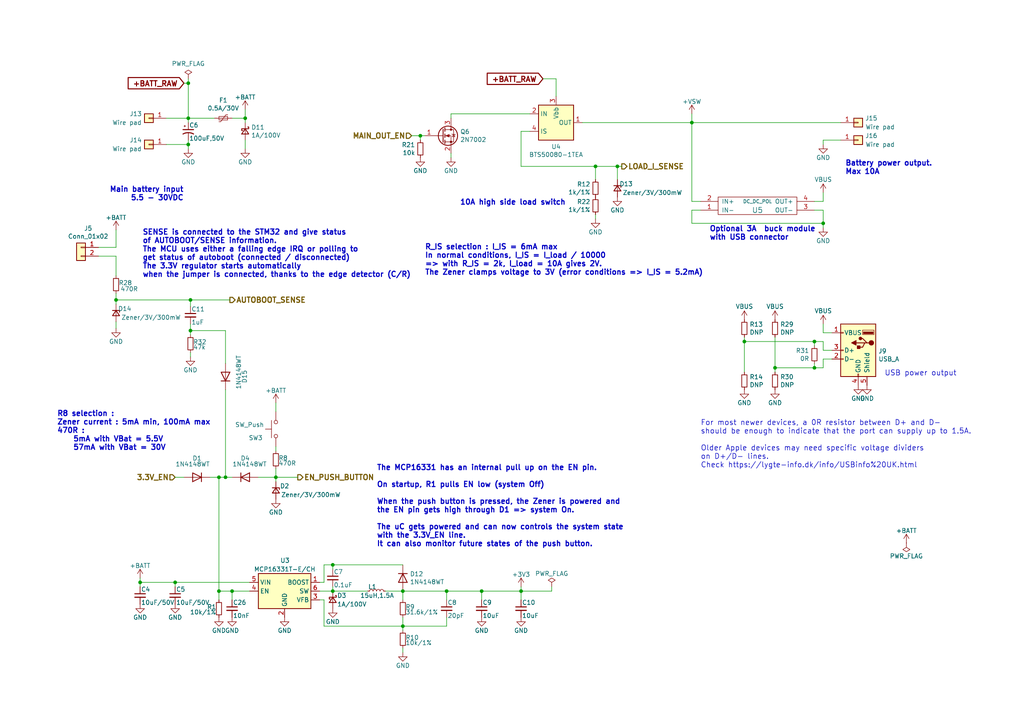
<source format=kicad_sch>
(kicad_sch (version 20211123) (generator eeschema)
  (paper "A4")
  (title_block (date "2019-04-05") (rev "2.0"))
  (lib_symbols
    (symbol "Connector_Generic:Conn_01x01" (pin_names (offset 1.016) hide)
      (property "Reference" "J" (at 0 2.54 0))
      (property "Value" "Connector_Generic_Conn_01x01" (at 0 -2.54 0))
      (symbol "Conn_01x01_1_1"
        (rectangle (start -1.27 0.127) (end 0 -0.127) (stroke (width 0.1524)))
        (rectangle (start -1.27 1.27) (end 1.27 -1.27) (stroke (width 0.254)) (fill (type background)))
        (pin passive line (at -5.08 0 0) (length 3.81) (name "Pin_1") (number "1"))
      )
    )
    (symbol "Connector_Generic:Conn_01x02" (pin_names (offset 1.016) hide)
      (property "Reference" "J" (at 0 2.54 0))
      (property "Value" "Connector_Generic_Conn_01x02" (at 0 -5.08 0))
      (symbol "Conn_01x02_1_1"
        (rectangle (start -1.27 -2.413) (end 0 -2.667) (stroke (width 0.1524)))
        (rectangle (start -1.27 0.127) (end 0 -0.127) (stroke (width 0.1524)))
        (rectangle (start -1.27 1.27) (end 1.27 -3.81) (stroke (width 0.254)) (fill (type background)))
        (pin passive line (at -5.08 0 0) (length 3.81) (name "Pin_1") (number "1"))
        (pin passive line (at -5.08 -2.54 0) (length 3.81) (name "Pin_2") (number "2"))
      )
    )
    (symbol "Device:C_Small" (pin_numbers hide) (pin_names (offset 0.254) hide)
      (property "Reference" "C" (at 0.254 1.778 0))
      (property "Value" "Device_C_Small" (at 0.254 -2.032 0))
      (symbol "C_Small_0_1"
        (polyline (pts (xy -1.524 -0.508) (xy 1.524 -0.508)) (stroke (width 0.3302)))
        (polyline (pts (xy -1.524 0.508) (xy 1.524 0.508)) (stroke (width 0.3048)))
      )
      (symbol "C_Small_1_1"
        (pin passive line (at 0 2.54 270) (length 2.032) (name "~") (number "1"))
        (pin passive line (at 0 -2.54 90) (length 2.032) (name "~") (number "2"))
      )
    )
    (symbol "Device:D_Schottky_Small" (pin_numbers hide) (pin_names (offset 0.254) hide)
      (property "Reference" "D" (at -1.27 2.032 0))
      (property "Value" "Device_D_Schottky_Small" (at -7.112 -2.032 0))
      (symbol "D_Schottky_Small_0_1"
        (polyline (pts (xy -0.762 0) (xy 0.762 0)))
        (polyline (pts (xy 0.762 -1.016) (xy -0.762 0) (xy 0.762 1.016) (xy 0.762 -1.016)) (stroke (width 0.254)))
        (polyline (pts (xy -1.27 0.762) (xy -1.27 1.016) (xy -0.762 1.016) (xy -0.762 -1.016) (xy -0.254 -1.016) (xy -0.254 -0.762)) (stroke (width 0.254)))
      )
      (symbol "D_Schottky_Small_1_1"
        (pin passive line (at -2.54 0 0) (length 1.778) (name "K") (number "1"))
        (pin passive line (at 2.54 0 180) (length 1.778) (name "A") (number "2"))
      )
    )
    (symbol "Device:D_Zener_Small" (pin_numbers hide) (pin_names (offset 0.254) hide)
      (property "Reference" "D" (at 0 2.286 0))
      (property "Value" "Device_D_Zener_Small" (at 0 -2.286 0))
      (symbol "D_Zener_Small_0_1"
        (polyline (pts (xy 0.762 0) (xy -0.762 0)))
        (polyline (pts (xy -0.254 1.016) (xy -0.762 1.016) (xy -0.762 -1.016)) (stroke (width 0.254)))
        (polyline (pts (xy 0.762 1.016) (xy -0.762 0) (xy 0.762 -1.016) (xy 0.762 1.016)) (stroke (width 0.254)))
      )
      (symbol "D_Zener_Small_1_1"
        (pin passive line (at -2.54 0 0) (length 1.778) (name "K") (number "1"))
        (pin passive line (at 2.54 0 180) (length 1.778) (name "A") (number "2"))
      )
    )
    (symbol "Device:L_Small" (pin_numbers hide) (pin_names (offset 0.254) hide)
      (property "Reference" "L" (at 0.762 1.016 0))
      (property "Value" "Device_L_Small" (at 0.762 -1.016 0))
      (symbol "L_Small_0_1"
        (arc (start 0 -2.032) (mid 0.508 -1.524) (end 0 -1.016))
        (arc (start 0 -1.016) (mid 0.508 -0.508) (end 0 0))
        (arc (start 0 0) (mid 0.508 0.508) (end 0 1.016))
        (arc (start 0 1.016) (mid 0.508 1.524) (end 0 2.032))
      )
      (symbol "L_Small_1_1"
        (pin passive line (at 0 2.54 270) (length 0.508) (name "~") (number "1"))
        (pin passive line (at 0 -2.54 90) (length 0.508) (name "~") (number "2"))
      )
    )
    (symbol "Device:Polyfuse_Small" (pin_numbers hide) (pin_names (offset 0))
      (property "Reference" "F" (at -1.905 0 90))
      (property "Value" "Device_Polyfuse_Small" (at 1.905 0 90))
      (symbol "Polyfuse_Small_0_1"
        (rectangle (start -0.508 1.27) (end 0.508 -1.27))
        (polyline (pts (xy 0 2.54) (xy 0 -2.54)))
        (polyline (pts (xy -1.016 1.27) (xy -1.016 0.762) (xy 1.016 -0.762) (xy 1.016 -1.27)))
      )
      (symbol "Polyfuse_Small_1_1"
        (pin passive line (at 0 2.54 270) (length 0.635) (name "~") (number "1"))
        (pin passive line (at 0 -2.54 90) (length 0.635) (name "~") (number "2"))
      )
    )
    (symbol "Device:R_Small" (pin_numbers hide) (pin_names (offset 0.254) hide)
      (property "Reference" "R" (at 0.762 0.508 0))
      (property "Value" "Device_R_Small" (at 0.762 -1.016 0))
      (symbol "R_Small_0_1"
        (rectangle (start -0.762 1.778) (end 0.762 -1.778) (stroke (width 0.2032)))
      )
      (symbol "R_Small_1_1"
        (pin passive line (at 0 2.54 270) (length 0.762) (name "~") (number "1"))
        (pin passive line (at 0 -2.54 90) (length 0.762) (name "~") (number "2"))
      )
    )
    (symbol "Diode:1N4148WT" (pin_numbers hide) (pin_names (offset 1.016) hide)
      (property "Reference" "D" (at 0 2.54 0))
      (property "Value" "Diode_1N4148WT" (at 0 -2.54 0))
      (symbol "1N4148WT_0_1"
        (polyline (pts (xy -1.27 1.27) (xy -1.27 -1.27)) (stroke (width 0.254)))
        (polyline (pts (xy 1.27 0) (xy -1.27 0)))
        (polyline (pts (xy 1.27 1.27) (xy 1.27 -1.27) (xy -1.27 0) (xy 1.27 1.27)) (stroke (width 0.254)))
      )
      (symbol "1N4148WT_1_1"
        (pin passive line (at -3.81 0 0) (length 2.54) (name "K") (number "1"))
        (pin passive line (at 3.81 0 180) (length 2.54) (name "A") (number "2"))
      )
    )
    (symbol "KXKM_ESP32_battery_management_board-rescue:CP1_Small-Device" (pin_numbers hide) (pin_names (offset 0.254) hide)
      (property "Reference" "C" (at 0.254 1.778 0))
      (property "Value" "CP1_Small-Device" (at 0.254 -2.032 0))
      (symbol "CP1_Small-Device_0_1"
        (polyline (pts (xy -1.524 0.508) (xy 1.524 0.508)) (stroke (width 0.3048)))
        (polyline (pts (xy -1.27 1.524) (xy -0.762 1.524)))
        (polyline (pts (xy -1.016 1.27) (xy -1.016 1.778)))
        (arc (start 1.524 -0.762) (mid 0 -0.3734) (end -1.524 -0.762) (stroke (width 0.3048)))
      )
      (symbol "CP1_Small-Device_1_1"
        (pin passive line (at 0 2.54 270) (length 2.032) (name "~") (number "1"))
        (pin passive line (at 0 -2.54 90) (length 2.032) (name "~") (number "2"))
      )
    )
    (symbol "KXKM_ESP32_battery_management_board-rescue:DC_DC_POL-tom_kicad" (pin_names (offset 1.016))
      (property "Reference" "U" (at 0 -1.27 0))
      (property "Value" "DC_DC_POL-tom_kicad" (at 0 1.27 0))
      (symbol "DC_DC_POL-tom_kicad_0_1"
        (rectangle (start -11.43 2.54) (end 11.43 -2.54))
      )
      (symbol "DC_DC_POL-tom_kicad_1_1"
        (pin power_in line (at -16.51 -1.27 0) (length 5.08) (name "IN-") (number "1"))
        (pin power_in line (at -16.51 1.27 0) (length 5.08) (name "IN+") (number "2"))
        (pin power_out line (at 16.51 -1.27 180) (length 5.08) (name "OUT-") (number "3"))
        (pin power_out line (at 16.51 1.27 180) (length 5.08) (name "OUT+") (number "4"))
      )
    )
    (symbol "KXKM_ESP32_battery_management_board-rescue:USB_A-Connector-KXKM_ESP32_battery_management_board-rescue" (pin_names (offset 1.016))
      (property "Reference" "J" (at -5.08 11.43 0))
      (property "Value" "USB_A-Connector-KXKM_ESP32_battery_management_board-rescue" (at -5.08 8.89 0))
      (symbol "USB_A-Connector-KXKM_ESP32_battery_management_board-rescue_0_1"
        (rectangle (start -5.08 -7.62) (end 5.08 7.62) (stroke (width 0.254)) (fill (type background)))
        (circle (center -3.81 2.159) (radius 0.635) (stroke (width 0.254)) (fill (type outline)))
        (rectangle (start -1.524 4.826) (end -4.318 5.334) (fill (type outline)))
        (rectangle (start -1.27 4.572) (end -4.572 5.842))
        (circle (center -0.635 3.429) (radius 0.381) (stroke (width 0.254)) (fill (type outline)))
        (rectangle (start -0.127 -7.62) (end 0.127 -6.858))
        (polyline (pts (xy -3.175 2.159) (xy -2.54 2.159) (xy -1.27 3.429) (xy -0.635 3.429)) (stroke (width 0.254)))
        (polyline (pts (xy -2.54 2.159) (xy -1.905 2.159) (xy -1.27 0.889) (xy 0 0.889)) (stroke (width 0.254)))
        (polyline (pts (xy 0.635 2.794) (xy 0.635 1.524) (xy 1.905 2.159) (xy 0.635 2.794)) (stroke (width 0.254)) (fill (type outline)))
        (rectangle (start 0.254 1.27) (end -0.508 0.508) (stroke (width 0.254)) (fill (type outline)))
        (rectangle (start 5.08 -2.667) (end 4.318 -2.413))
        (rectangle (start 5.08 -0.127) (end 4.318 0.127))
        (rectangle (start 5.08 4.953) (end 4.318 5.207))
      )
      (symbol "USB_A-Connector-KXKM_ESP32_battery_management_board-rescue_1_1"
        (polyline (pts (xy -1.905 2.159) (xy 0.635 2.159)) (stroke (width 0.254)))
        (pin power_in line (at 7.62 5.08 180) (length 2.54) (name "VBUS") (number "1"))
        (pin passive line (at 7.62 -2.54 180) (length 2.54) (name "D-") (number "2"))
        (pin passive line (at 7.62 0 180) (length 2.54) (name "D+") (number "3"))
        (pin power_in line (at 0 -10.16 90) (length 2.54) (name "GND") (number "4"))
        (pin passive line (at -2.54 -10.16 90) (length 2.54) (name "Shield") (number "5"))
      )
    )
    (symbol "Power_Management:BTS50080-1TEA"
      (property "Reference" "U" (at -5.08 6.35 0))
      (property "Value" "Power_Management_BTS50080-1TEA" (at 8.89 6.35 0))
      (symbol "BTS50080-1TEA_0_1"
        (rectangle (start -5.08 5.08) (end 5.08 -5.08) (stroke (width 0.254)) (fill (type background)))
      )
      (symbol "BTS50080-1TEA_1_1"
        (pin power_out line (at 7.62 0 180) (length 2.54) (name "OUT") (number "1"))
        (pin input line (at -7.62 2.54 0) (length 2.54) (name "IN") (number "2"))
        (pin power_in line (at 0 7.62 270) (length 2.54) (name "Vbb") (number "3"))
        (pin output line (at -7.62 -2.54 0) (length 2.54) (name "IS") (number "4"))
        (pin passive line (at 7.62 0 180) (length 2.54) hide (name "OUT") (number "5"))
      )
    )
    (symbol "Regulator_Switching:MCP16331CH"
      (property "Reference" "U" (at -7.874 6.35 0))
      (property "Value" "Regulator_Switching_MCP16331CH" (at -2.54 6.35 0))
      (symbol "MCP16331CH_0_1"
        (rectangle (start -7.62 5.08) (end 7.62 -5.08) (stroke (width 0.254)) (fill (type background)))
      )
      (symbol "MCP16331CH_1_1"
        (pin input line (at 10.16 2.54 180) (length 2.54) (name "BOOST") (number "1"))
        (pin power_in line (at 0 -7.62 90) (length 2.54) (name "GND") (number "2"))
        (pin input line (at 10.16 -2.54 180) (length 2.54) (name "VFB") (number "3"))
        (pin input line (at -10.16 0 0) (length 2.54) (name "EN") (number "4"))
        (pin power_in line (at -10.16 2.54 0) (length 2.54) (name "VIN") (number "5"))
        (pin output line (at 10.16 0 180) (length 2.54) (name "SW") (number "6"))
      )
    )
    (symbol "Switch:SW_Push" (pin_numbers hide) (pin_names (offset 1.016) hide)
      (property "Reference" "SW" (at 1.27 2.54 0))
      (property "Value" "Switch_SW_Push" (at 0 -1.524 0))
      (symbol "SW_Push_0_1"
        (circle (center -2.032 0) (radius 0.508))
        (polyline (pts (xy 0 1.27) (xy 0 3.048)))
        (polyline (pts (xy 2.54 1.27) (xy -2.54 1.27)))
        (circle (center 2.032 0) (radius 0.508))
        (pin passive line (at -5.08 0 0) (length 2.54) (name "1") (number "1"))
        (pin passive line (at 5.08 0 180) (length 2.54) (name "2") (number "2"))
      )
    )
    (symbol "Transistor_FET:2N7002" (pin_names hide)
      (property "Reference" "Q" (at 5.08 1.905 0))
      (property "Value" "Transistor_FET_2N7002" (at 5.08 0 0))
      (symbol "2N7002_0_1"
        (polyline (pts (xy 0.254 0) (xy -2.54 0)))
        (polyline (pts (xy 0.254 1.905) (xy 0.254 -1.905)) (stroke (width 0.254)))
        (polyline (pts (xy 0.762 -1.27) (xy 0.762 -2.286)) (stroke (width 0.254)))
        (polyline (pts (xy 0.762 0.508) (xy 0.762 -0.508)) (stroke (width 0.254)))
        (polyline (pts (xy 0.762 2.286) (xy 0.762 1.27)) (stroke (width 0.254)))
        (polyline (pts (xy 2.54 2.54) (xy 2.54 1.778)))
        (polyline (pts (xy 2.54 -2.54) (xy 2.54 0) (xy 0.762 0)))
        (polyline (pts (xy 0.762 -1.778) (xy 3.302 -1.778) (xy 3.302 1.778) (xy 0.762 1.778)))
        (polyline (pts (xy 1.016 0) (xy 2.032 0.381) (xy 2.032 -0.381) (xy 1.016 0)) (fill (type outline)))
        (polyline (pts (xy 2.794 0.508) (xy 2.921 0.381) (xy 3.683 0.381) (xy 3.81 0.254)))
        (polyline (pts (xy 3.302 0.381) (xy 2.921 -0.254) (xy 3.683 -0.254) (xy 3.302 0.381)))
        (circle (center 1.651 0) (radius 2.794) (stroke (width 0.254)))
        (circle (center 2.54 -1.778) (radius 0.254) (fill (type outline)))
        (circle (center 2.54 1.778) (radius 0.254) (fill (type outline)))
      )
      (symbol "2N7002_1_1"
        (pin input line (at -5.08 0 0) (length 2.54) (name "G") (number "1"))
        (pin passive line (at 2.54 -5.08 90) (length 2.54) (name "S") (number "2"))
        (pin passive line (at 2.54 5.08 270) (length 2.54) (name "D") (number "3"))
      )
    )
    (symbol "power:+3.3V" (power) (pin_names (offset 0))
      (property "Value" "power_+3.3V" (at 0 3.556 0))
      (symbol "+3.3V_0_1"
        (polyline (pts (xy -0.762 1.27) (xy 0 2.54)))
        (polyline (pts (xy 0 0) (xy 0 2.54)))
        (polyline (pts (xy 0 2.54) (xy 0.762 1.27)))
      )
      (symbol "+3.3V_1_1"
        (pin power_in line (at 0 0 90) (length 0) hide (name "+3V3") (number "1"))
      )
    )
    (symbol "power:+BATT" (power) (pin_names (offset 0))
      (property "Value" "power_+BATT" (at 0 3.556 0))
      (symbol "+BATT_0_1"
        (polyline (pts (xy -0.762 1.27) (xy 0 2.54)))
        (polyline (pts (xy 0 0) (xy 0 2.54)))
        (polyline (pts (xy 0 2.54) (xy 0.762 1.27)))
      )
      (symbol "+BATT_1_1"
        (pin power_in line (at 0 0 90) (length 0) hide (name "+BATT") (number "1"))
      )
    )
    (symbol "power:+VSW" (power) (pin_names (offset 0))
      (property "Value" "power_+VSW" (at 0 3.556 0))
      (symbol "+VSW_0_1"
        (polyline (pts (xy -0.762 1.27) (xy 0 2.54)))
        (polyline (pts (xy 0 0) (xy 0 2.54)))
        (polyline (pts (xy 0 2.54) (xy 0.762 1.27)))
      )
      (symbol "+VSW_1_1"
        (pin power_in line (at 0 0 90) (length 0) hide (name "+VSW") (number "1"))
      )
    )
    (symbol "power:GND" (power) (pin_names (offset 0))
      (property "Value" "power_GND" (at 0 -3.81 0))
      (symbol "GND_0_1"
        (polyline (pts (xy 0 0) (xy 0 -1.27) (xy 1.27 -1.27) (xy 0 -2.54) (xy -1.27 -1.27) (xy 0 -1.27)))
      )
      (symbol "GND_1_1"
        (pin power_in line (at 0 0 270) (length 0) hide (name "GND") (number "1"))
      )
    )
    (symbol "power:PWR_FLAG" (power) (pin_numbers hide) (pin_names (offset 0) hide)
      (property "Value" "power_PWR_FLAG" (at 0 3.81 0))
      (symbol "PWR_FLAG_0_0"
        (pin power_out line (at 0 0 90) (length 0) (name "pwr") (number "1"))
      )
      (symbol "PWR_FLAG_0_1"
        (polyline (pts (xy 0 0) (xy 0 1.27) (xy -1.016 1.905) (xy 0 2.54) (xy 1.016 1.905) (xy 0 1.27)))
      )
    )
    (symbol "power:VBUS" (power) (pin_names (offset 0))
      (property "Value" "power_VBUS" (at 0 3.81 0))
      (symbol "VBUS_0_1"
        (polyline (pts (xy -0.762 1.27) (xy 0 2.54)))
        (polyline (pts (xy 0 0) (xy 0 2.54)))
        (polyline (pts (xy 0 2.54) (xy 0.762 1.27)))
      )
      (symbol "VBUS_1_1"
        (pin power_in line (at 0 0 90) (length 0) hide (name "VBUS") (number "1"))
      )
    )
  )
  (junction (at 224.79 106.68))
  (junction (at 54.61 41.91))
  (junction (at 121.92 39.37))
  (junction (at 238.76 64.77))
  (junction (at 116.84 181.61))
  (junction (at 40.64 168.91))
  (junction (at 236.22 99.06))
  (junction (at 236.22 106.68))
  (junction (at 179.07 48.26))
  (junction (at 96.52 163.83))
  (junction (at 80.01 138.43))
  (junction (at 50.8 168.91))
  (junction (at 71.12 34.29))
  (junction (at 33.655 86.995))
  (junction (at 151.13 171.45))
  (junction (at 55.245 86.995))
  (junction (at 172.72 48.26))
  (junction (at 65.405 138.43))
  (junction (at 55.245 95.885))
  (junction (at 63.5 138.43))
  (junction (at 200.66 35.56))
  (junction (at 215.9 99.06))
  (junction (at 54.61 24.13))
  (junction (at 67.31 171.45))
  (junction (at 96.52 171.45))
  (junction (at 63.5 171.45))
  (junction (at 54.61 34.29))
  (junction (at 129.54 171.45))
  (junction (at 116.84 171.45))
  (junction (at 139.7 171.45))
  (wire (pts (xy 54.61 41.91) (xy 54.61 43.18)))
  (wire (pts (xy 53.34 138.43) (xy 50.8 138.43)))
  (wire (pts (xy 236.22 106.68) (xy 238.76 106.68)))
  (wire (pts (xy 121.92 39.37) (xy 121.92 40.64)))
  (wire (pts (xy 55.245 95.885) (xy 55.245 97.155)))
  (wire (pts (xy 93.98 168.91) (xy 93.98 163.83)))
  (wire (pts (xy 55.245 88.9) (xy 55.245 86.995)))
  (wire (pts (xy 54.61 34.29) (xy 54.61 24.13)))
  (wire (pts (xy 139.7 171.45) (xy 139.7 173.99)))
  (wire (pts (xy 33.655 93.345) (xy 33.655 95.25)))
  (wire (pts (xy 200.66 58.42) (xy 203.2 58.42)))
  (wire (pts (xy 63.5 171.45) (xy 63.5 173.99)))
  (wire (pts (xy 130.81 33.02) (xy 130.81 34.29)))
  (wire (pts (xy 116.84 179.07) (xy 116.84 181.61)))
  (wire (pts (xy 63.5 138.43) (xy 63.5 171.45)))
  (wire (pts (xy 200.66 64.77) (xy 238.76 64.77)))
  (wire (pts (xy 92.71 168.91) (xy 93.98 168.91)))
  (wire (pts (xy 54.61 35.56) (xy 54.61 34.29)))
  (wire (pts (xy 71.12 34.29) (xy 71.12 35.56)))
  (wire (pts (xy 238.76 60.96) (xy 238.76 64.77)))
  (wire (pts (xy 63.5 171.45) (xy 67.31 171.45)))
  (wire (pts (xy 60.96 138.43) (xy 63.5 138.43)))
  (wire (pts (xy 96.52 163.83) (xy 116.84 163.83)))
  (wire (pts (xy 33.655 86.995) (xy 33.655 88.265)))
  (wire (pts (xy 238.76 96.52) (xy 241.3 96.52)))
  (wire (pts (xy 55.245 102.235) (xy 55.245 103.505)))
  (wire (pts (xy 80.01 116.84) (xy 80.01 119.38)))
  (wire (pts (xy 54.61 34.29) (xy 62.23 34.29)))
  (wire (pts (xy 54.61 40.64) (xy 54.61 41.91)))
  (wire (pts (xy 151.13 48.26) (xy 172.72 48.26)))
  (wire (pts (xy 179.07 48.26) (xy 180.34 48.26)))
  (wire (pts (xy 238.76 99.06) (xy 236.22 99.06)))
  (wire (pts (xy 55.245 86.995) (xy 66.675 86.995)))
  (wire (pts (xy 200.66 35.56) (xy 200.66 58.42)))
  (wire (pts (xy 67.31 171.45) (xy 72.39 171.45)))
  (wire (pts (xy 92.71 173.99) (xy 93.98 173.99)))
  (wire (pts (xy 80.01 135.89) (xy 80.01 138.43)))
  (wire (pts (xy 151.13 38.1) (xy 151.13 48.26)))
  (wire (pts (xy 116.84 187.96) (xy 116.84 189.23)))
  (wire (pts (xy 139.7 171.45) (xy 151.13 171.45)))
  (wire (pts (xy 130.81 33.02) (xy 153.67 33.02)))
  (wire (pts (xy 40.64 167.64) (xy 40.64 168.91)))
  (wire (pts (xy 63.5 138.43) (xy 65.405 138.43)))
  (wire (pts (xy 172.72 63.5) (xy 172.72 62.23)))
  (wire (pts (xy 172.72 48.26) (xy 172.72 52.07)))
  (wire (pts (xy 28.575 74.295) (xy 33.655 74.295)))
  (wire (pts (xy 238.76 93.98) (xy 238.76 96.52)))
  (wire (pts (xy 157.48 22.86) (xy 161.29 22.86)))
  (wire (pts (xy 93.98 173.99) (xy 93.98 181.61)))
  (wire (pts (xy 111.76 171.45) (xy 116.84 171.45)))
  (wire (pts (xy 215.9 97.79) (xy 215.9 99.06)))
  (wire (pts (xy 50.8 168.91) (xy 50.8 170.18)))
  (wire (pts (xy 238.76 58.42) (xy 238.76 55.88)))
  (wire (pts (xy 151.13 170.18) (xy 151.13 171.45)))
  (wire (pts (xy 96.52 171.45) (xy 96.52 170.18)))
  (wire (pts (xy 224.79 97.79) (xy 224.79 106.68)))
  (wire (pts (xy 67.31 34.29) (xy 71.12 34.29)))
  (wire (pts (xy 160.02 171.45) (xy 160.02 170.18)))
  (wire (pts (xy 50.8 168.91) (xy 72.39 168.91)))
  (wire (pts (xy 116.84 181.61) (xy 116.84 182.88)))
  (wire (pts (xy 168.91 35.56) (xy 200.66 35.56)))
  (wire (pts (xy 238.76 104.14) (xy 238.76 106.68)))
  (wire (pts (xy 33.655 86.995) (xy 55.245 86.995)))
  (wire (pts (xy 33.655 74.295) (xy 33.655 80.01)))
  (wire (pts (xy 238.76 104.14) (xy 241.3 104.14)))
  (wire (pts (xy 151.13 171.45) (xy 151.13 173.99)))
  (wire (pts (xy 67.31 171.45) (xy 67.31 173.99)))
  (wire (pts (xy 236.22 60.96) (xy 238.76 60.96)))
  (wire (pts (xy 33.655 85.09) (xy 33.655 86.995)))
  (wire (pts (xy 224.79 106.68) (xy 224.79 107.95)))
  (wire (pts (xy 129.54 181.61) (xy 129.54 179.07)))
  (wire (pts (xy 238.76 40.64) (xy 238.76 41.91)))
  (wire (pts (xy 93.98 181.61) (xy 116.84 181.61)))
  (wire (pts (xy 236.22 58.42) (xy 238.76 58.42)))
  (wire (pts (xy 96.52 163.83) (xy 96.52 165.1)))
  (wire (pts (xy 55.245 95.885) (xy 65.405 95.885)))
  (wire (pts (xy 54.61 24.13) (xy 53.34 24.13)))
  (wire (pts (xy 80.01 138.43) (xy 86.36 138.43)))
  (wire (pts (xy 65.405 95.885) (xy 65.405 105.41)))
  (wire (pts (xy 161.29 22.86) (xy 161.29 27.94)))
  (wire (pts (xy 236.22 99.06) (xy 215.9 99.06)))
  (wire (pts (xy 92.71 171.45) (xy 96.52 171.45)))
  (wire (pts (xy 116.84 171.45) (xy 116.84 173.99)))
  (wire (pts (xy 65.405 113.03) (xy 65.405 138.43)))
  (wire (pts (xy 200.66 60.96) (xy 200.66 64.77)))
  (wire (pts (xy 129.54 171.45) (xy 139.7 171.45)))
  (wire (pts (xy 71.12 31.75) (xy 71.12 34.29)))
  (wire (pts (xy 215.9 99.06) (xy 215.9 107.95)))
  (wire (pts (xy 74.93 138.43) (xy 80.01 138.43)))
  (wire (pts (xy 33.655 66.675) (xy 33.655 71.755)))
  (wire (pts (xy 96.52 171.45) (xy 106.68 171.45)))
  (wire (pts (xy 130.81 45.72) (xy 130.81 44.45)))
  (wire (pts (xy 200.66 33.02) (xy 200.66 35.56)))
  (wire (pts (xy 71.12 43.18) (xy 71.12 40.64)))
  (wire (pts (xy 151.13 38.1) (xy 153.67 38.1)))
  (wire (pts (xy 203.2 60.96) (xy 200.66 60.96)))
  (wire (pts (xy 121.92 39.37) (xy 123.19 39.37)))
  (wire (pts (xy 236.22 99.06) (xy 236.22 100.33)))
  (wire (pts (xy 129.54 171.45) (xy 129.54 173.99)))
  (wire (pts (xy 241.3 101.6) (xy 238.76 101.6)))
  (wire (pts (xy 236.22 105.41) (xy 236.22 106.68)))
  (wire (pts (xy 40.64 168.91) (xy 40.64 170.18)))
  (wire (pts (xy 119.38 39.37) (xy 121.92 39.37)))
  (wire (pts (xy 236.22 106.68) (xy 224.79 106.68)))
  (wire (pts (xy 243.84 40.64) (xy 238.76 40.64)))
  (wire (pts (xy 80.01 129.54) (xy 80.01 130.81)))
  (wire (pts (xy 65.405 138.43) (xy 67.31 138.43)))
  (wire (pts (xy 172.72 48.26) (xy 179.07 48.26)))
  (wire (pts (xy 116.84 181.61) (xy 129.54 181.61)))
  (wire (pts (xy 200.66 35.56) (xy 243.84 35.56)))
  (wire (pts (xy 55.245 93.98) (xy 55.245 95.885)))
  (wire (pts (xy 93.98 163.83) (xy 96.52 163.83)))
  (wire (pts (xy 238.76 99.06) (xy 238.76 101.6)))
  (wire (pts (xy 28.575 71.755) (xy 33.655 71.755)))
  (wire (pts (xy 48.26 41.91) (xy 54.61 41.91)))
  (wire (pts (xy 238.76 64.77) (xy 238.76 66.04)))
  (wire (pts (xy 80.01 138.43) (xy 80.01 139.7)))
  (wire (pts (xy 40.64 168.91) (xy 50.8 168.91)))
  (wire (pts (xy 179.07 48.26) (xy 179.07 52.07)))
  (wire (pts (xy 48.26 34.29) (xy 54.61 34.29)))
  (wire (pts (xy 151.13 171.45) (xy 160.02 171.45)))
  (wire (pts (xy 116.84 171.45) (xy 129.54 171.45)))
  (wire (pts (xy 54.61 22.86) (xy 54.61 24.13)))
  (text "R8 selection :\nZener current : 5mA min, 100mA max \n470R : \n    5mA with VBat = 5.5V\n    57mA with VBat = 30V" (at 16.51 130.81 0) (effects (font (size 1.524 1.524) (thickness 0.3048) bold) (justify left bottom)))
  (text "For most newer devices, a 0R resistor between D+ and D-\nshould be enough to indicate that the port can supply up to 1.5A.\n\nOlder Apple devices may need specific voltage dividers \non D+/D- lines.\nCheck https://lygte-info.dk/info/USBinfo%20UK.html" (at 203.2 135.89 0) (effects (font (size 1.524 1.524)) (justify left bottom)))
  (text "R_IS selection : I_IS = 6mA max\nIn normal conditions, I_IS = I_load / 10000\n=> with R_IS = 2k, I_load = 10A gives 2V. \nThe Zener clamps voltage to 3V (error conditions => I_IS = 5.2mA)" (at 123.19 80.01 0) (effects (font (size 1.524 1.524) (thickness 0.3048) bold) (justify left bottom)))
  (text "The MCP16331 has an internal pull up on the EN pin.\n\nOn startup, R1 pulls EN low (system Off)\n\nWhen the push button is pressed, the Zener is powered and \nthe EN pin gets high through D1 => system On.\n\nThe uC gets powered and can now controls the system state \nwith the 3.3V_EN line.\nIt can also monitor future states of the push button." (at 109.22 158.75 0) (effects (font (size 1.524 1.524) (thickness 0.3048) bold) (justify left bottom)))
  (text "10A high side load switch" (at 133.35 59.69 0) (effects (font (size 1.524 1.524) (thickness 0.3048) bold) (justify left bottom)))
  (text "USB power output" (at 256.54 109.22 0) (effects (font (size 1.524 1.524)) (justify left bottom)))
  (text "SENSE is connected to the STM32 and give status \nof AUTOBOOT/SENSE information.\nThe MCU uses either a falling edge IRQ or polling to \nget status of autoboot (connected / disconnected)\nThe 3.3V regulator starts automatically  \nwhen the jumper is connected, thanks to the edge detector (C/R)" (at 41.275 80.645 0) (effects (font (size 1.524 1.524) (thickness 0.3048) bold) (justify left bottom)))
  (text "Optional 3A  buck module \nwith USB connector" (at 205.74 69.85 0) (effects (font (size 1.524 1.524) (thickness 0.3048) bold) (justify left bottom)))
  (text "Main battery input\n5.5 - 30VDC" (at 53.34 58.42 180) (effects (font (size 1.524 1.524) (thickness 0.3048) bold) (justify right bottom)))
  (text "Battery power output.\nMax 10A" (at 245.11 50.8 0) (effects (font (size 1.524 1.524) (thickness 0.3048) bold) (justify left bottom)))
  (global_label "+BATT_RAW" (shape input) (at 157.48 22.86 180) (effects (font (size 1.524 1.524) (thickness 0.3048) bold)) (property "Intersheet References" "${INTERSHEET_REFS}" (effects hide)))
  (global_label "+BATT_RAW" (shape input) (at 53.34 24.13 180) (effects (font (size 1.524 1.524) (thickness 0.3048) bold)) (property "Intersheet References" "${INTERSHEET_REFS}" (effects hide)))
  (hierarchical_label "LOAD_I_SENSE" (shape output) (at 180.34 48.26 0) (effects (font (size 1.524 1.524) (thickness 0.3048) bold)))
  (hierarchical_label "EN_PUSH_BUTTON" (shape output) (at 86.36 138.43 0) (effects (font (size 1.524 1.524) (thickness 0.3048) bold)))
  (hierarchical_label "MAIN_OUT_EN" (shape input) (at 119.38 39.37 180) (effects (font (size 1.524 1.524) (thickness 0.3048) bold)))
  (hierarchical_label "AUTOBOOT_SENSE" (shape output) (at 66.675 86.995 0) (effects (font (size 1.524 1.524) (thickness 0.3048) bold)))
  (hierarchical_label "3.3V_EN" (shape input) (at 50.8 138.43 180) (effects (font (size 1.524 1.524) (thickness 0.3048) bold)))
  (symbol (lib_id "KXKM_ESP32_battery_management_board-rescue:DC_DC_POL-tom_kicad") (at 219.71 59.69 0) (unit 1)
    (property "Reference" "U5" (at 219.71 60.96 0) (effects (font (size 1.524 1.524))))
    (property "Value" "DC_DC_POL" (at 219.71 58.42 0) (effects (font (size 0.9906 0.9906))))
    (property "Footprint" "tom_kicad_lib:DC_DC_Buck_module_22x17mm" (effects hide))
  )
  (symbol (lib_id "Regulator_Switching:MCP16331CH") (at 82.55 171.45 0) (unit 1)
    (property "Reference" "U3" (at 81.28 162.56 0) (effects (justify left)))
    (property "Value" "MCP16331T-E/CH" (at 73.66 165.1 0) (effects (justify left)))
    (property "Footprint" "Package_TO_SOT_SMD:SOT-23-6" (effects hide))
  )
  (symbol (lib_id "Switch:SW_Push") (at 80.01 124.46 90) (unit 1)
    (property "Reference" "SW3" (at 76.2 127 90) (effects (justify left)))
    (property "Value" "SW_Push" (at 72.39 123.19 90))
    (property "Footprint" "tom_kicad_lib:SW_Tactile_SPST_Angled_PTS645Vx58-2LFS_horiz_pads" (effects hide))
  )
  (symbol (lib_id "power:GND") (at 54.61 43.18 0) (unit 1)
    (property "Reference" "#PWR035" (effects hide))
    (property "Value" "GND" (at 54.61 46.99 0))
  )
  (symbol (lib_id "Device:C_Small") (at 50.8 172.72 0) (unit 1)
    (property "Reference" "C5" (at 51.054 170.942 0) (effects (justify left)))
    (property "Value" "10uF/50V" (at 51.054 174.752 0) (effects (justify left)))
    (property "Footprint" "Capacitor_SMD:C_1206_3216Metric" (effects hide))
  )
  (symbol (lib_id "Device:C_Small") (at 40.64 172.72 0) (unit 1)
    (property "Reference" "C4" (at 40.894 170.942 0) (effects (justify left)))
    (property "Value" "10uF/50V" (at 40.894 174.752 0) (effects (justify left)))
    (property "Footprint" "Capacitor_SMD:C_1206_3216Metric" (effects hide))
  )
  (symbol (lib_id "power:+BATT") (at 71.12 31.75 0) (unit 1)
    (property "Reference" "#PWR037" (effects hide))
    (property "Value" "+BATT" (at 71.12 28.194 0))
  )
  (symbol (lib_id "power:GND") (at 40.64 175.26 0) (unit 1)
    (property "Reference" "#PWR038" (effects hide))
    (property "Value" "GND" (at 40.64 179.07 0))
  )
  (symbol (lib_id "power:GND") (at 50.8 175.26 0) (unit 1)
    (property "Reference" "#PWR039" (effects hide))
    (property "Value" "GND" (at 50.8 179.07 0))
  )
  (symbol (lib_id "Device:C_Small") (at 96.52 167.64 0) (unit 1)
    (property "Reference" "C7" (at 96.774 165.862 0) (effects (justify left)))
    (property "Value" "0.1uF" (at 96.774 169.672 0) (effects (justify left)))
    (property "Footprint" "Capacitor_SMD:C_0603_1608Metric" (effects hide))
  )
  (symbol (lib_id "Device:D_Schottky_Small") (at 96.52 173.99 270) (unit 1)
    (property "Reference" "D3" (at 97.79 172.72 90) (effects (justify left)))
    (property "Value" "1A/100V" (at 97.79 175.26 90) (effects (justify left)))
    (property "Footprint" "Diode_SMD:D_SMA" (effects hide))
  )
  (symbol (lib_id "power:GND") (at 82.55 179.07 0) (unit 1)
    (property "Reference" "#PWR040" (effects hide))
    (property "Value" "GND" (at 82.55 182.88 0))
  )
  (symbol (lib_id "power:GND") (at 96.52 176.53 0) (unit 1)
    (property "Reference" "#PWR041" (effects hide))
    (property "Value" "GND" (at 96.52 180.34 0))
  )
  (symbol (lib_id "Device:L_Small") (at 109.22 171.45 90) (unit 1)
    (property "Reference" "L1" (at 109.22 170.18 90) (effects (justify left)))
    (property "Value" "15uH,1.5A" (at 114.3 172.72 90) (effects (justify left)))
    (property "Footprint" "Inductor_SMD:L_Taiyo-Yuden_NR-50xx" (effects hide))
  )
  (symbol (lib_id "Device:R_Small") (at 116.84 176.53 0) (unit 1)
    (property "Reference" "R9" (at 117.602 176.022 0) (effects (justify left)))
    (property "Value" "31.6k/1%" (at 117.602 177.546 0) (effects (justify left)))
    (property "Footprint" "Resistor_SMD:R_0603_1608Metric" (effects hide))
  )
  (symbol (lib_id "Device:R_Small") (at 116.84 185.42 0) (unit 1)
    (property "Reference" "R10" (at 117.602 184.912 0) (effects (justify left)))
    (property "Value" "10k/1%" (at 117.602 186.436 0) (effects (justify left)))
    (property "Footprint" "Resistor_SMD:R_0603_1608Metric" (effects hide))
  )
  (symbol (lib_id "power:GND") (at 116.84 189.23 0) (unit 1)
    (property "Reference" "#PWR042" (effects hide))
    (property "Value" "GND" (at 116.84 193.04 0))
  )
  (symbol (lib_id "Device:C_Small") (at 129.54 176.53 0) (unit 1)
    (property "Reference" "C8" (at 129.794 174.752 0) (effects (justify left)))
    (property "Value" "20pF" (at 129.794 178.562 0) (effects (justify left)))
    (property "Footprint" "Capacitor_SMD:C_0603_1608Metric" (effects hide))
  )
  (symbol (lib_id "Device:C_Small") (at 139.7 176.53 0) (unit 1)
    (property "Reference" "C9" (at 139.954 174.752 0) (effects (justify left)))
    (property "Value" "10uF" (at 139.954 178.562 0) (effects (justify left)))
    (property "Footprint" "Capacitor_SMD:C_0805_2012Metric" (effects hide))
  )
  (symbol (lib_id "Device:C_Small") (at 151.13 176.53 0) (unit 1)
    (property "Reference" "C10" (at 151.384 174.752 0) (effects (justify left)))
    (property "Value" "10uF" (at 151.384 178.562 0) (effects (justify left)))
    (property "Footprint" "Capacitor_SMD:C_0805_2012Metric" (effects hide))
  )
  (symbol (lib_id "power:GND") (at 139.7 179.07 0) (unit 1)
    (property "Reference" "#PWR043" (effects hide))
    (property "Value" "GND" (at 139.7 182.88 0))
  )
  (symbol (lib_id "power:GND") (at 151.13 179.07 0) (unit 1)
    (property "Reference" "#PWR044" (effects hide))
    (property "Value" "GND" (at 151.13 182.88 0))
  )
  (symbol (lib_id "power:+3.3V") (at 151.13 170.18 0) (unit 1)
    (property "Reference" "#PWR045" (effects hide))
    (property "Value" "+3.3V" (at 151.13 166.624 0))
  )
  (symbol (lib_id "power:+BATT") (at 80.01 116.84 0) (unit 1)
    (property "Reference" "#PWR046" (effects hide))
    (property "Value" "+BATT" (at 80.01 113.284 0))
  )
  (symbol (lib_id "Device:D_Zener_Small") (at 80.01 142.24 270) (unit 1)
    (property "Reference" "D2" (at 82.55 140.97 90))
    (property "Value" "Zener/3V/300mW" (at 90.17 143.51 90))
    (property "Footprint" "Diode_SMD:D_SOD-323" (effects hide))
  )
  (symbol (lib_id "Device:R_Small") (at 80.01 133.35 0) (unit 1)
    (property "Reference" "R8" (at 80.772 132.842 0) (effects (justify left)))
    (property "Value" "470R" (at 80.772 134.366 0) (effects (justify left)))
    (property "Footprint" "Resistor_SMD:R_0603_1608Metric" (effects hide))
  )
  (symbol (lib_id "power:GND") (at 80.01 144.78 0) (unit 1)
    (property "Reference" "#PWR047" (effects hide))
    (property "Value" "GND" (at 80.01 148.59 0))
  )
  (symbol (lib_id "power:VBUS") (at 238.76 55.88 0) (unit 1)
    (property "Reference" "#PWR048" (effects hide))
    (property "Value" "VBUS" (at 238.76 52.07 0))
  )
  (symbol (lib_id "KXKM_ESP32_battery_management_board-rescue:CP1_Small-Device") (at 54.61 38.1 0) (unit 1)
    (property "Reference" "C6" (at 54.864 36.322 0) (effects (justify left)))
    (property "Value" "100uF,50V" (at 54.864 40.132 0) (effects (justify left)))
    (property "Footprint" "Capacitor_SMD:CP_Elec_8x10" (effects hide))
  )
  (symbol (lib_id "power:GND") (at 238.76 41.91 0) (unit 1)
    (property "Reference" "#PWR051" (effects hide))
    (property "Value" "GND" (at 238.76 45.72 0))
  )
  (symbol (lib_id "power:GND") (at 238.76 66.04 0) (unit 1)
    (property "Reference" "#PWR052" (effects hide))
    (property "Value" "GND" (at 238.76 69.85 0))
  )
  (symbol (lib_id "power:GND") (at 130.81 45.72 0) (unit 1)
    (property "Reference" "#PWR053" (effects hide))
    (property "Value" "GND" (at 130.81 49.53 0))
  )
  (symbol (lib_id "power:GND") (at 121.92 45.72 0) (unit 1)
    (property "Reference" "#PWR054" (effects hide))
    (property "Value" "GND" (at 121.92 49.53 0))
  )
  (symbol (lib_id "Device:R_Small") (at 172.72 54.61 0) (mirror x) (unit 1)
    (property "Reference" "R12" (at 171.2468 53.4416 0) (effects (justify right)))
    (property "Value" "1k/1%" (at 171.2468 55.753 0) (effects (justify right)))
    (property "Footprint" "Resistor_SMD:R_0603_1608Metric" (effects hide))
  )
  (symbol (lib_id "power:GND") (at 172.72 63.5 0) (unit 1)
    (property "Reference" "#PWR055" (effects hide))
    (property "Value" "GND" (at 172.72 67.31 0))
  )
  (symbol (lib_id "power:PWR_FLAG") (at 160.02 170.18 0) (unit 1)
    (property "Reference" "#FLG057" (effects hide))
    (property "Value" "PWR_FLAG" (at 160.02 166.37 0))
  )
  (symbol (lib_id "power:PWR_FLAG") (at 262.89 157.48 180) (unit 1)
    (property "Reference" "#FLG060" (effects hide))
    (property "Value" "PWR_FLAG" (at 262.89 161.29 0))
  )
  (symbol (lib_id "power:+BATT") (at 262.89 157.48 0) (unit 1)
    (property "Reference" "#PWR061" (effects hide))
    (property "Value" "+BATT" (at 262.89 153.924 0))
  )
  (symbol (lib_id "power:+VSW") (at 200.66 33.02 0) (unit 1)
    (property "Reference" "#PWR062" (effects hide))
    (property "Value" "+VSW" (at 200.66 29.464 0))
  )
  (symbol (lib_id "Device:R_Small") (at 63.5 176.53 0) (mirror y) (unit 1)
    (property "Reference" "R1" (at 62.738 176.022 0) (effects (justify left)))
    (property "Value" "10k/1%" (at 62.738 177.546 0) (effects (justify left)))
    (property "Footprint" "Resistor_SMD:R_0603_1608Metric" (effects hide))
  )
  (symbol (lib_id "power:GND") (at 63.5 179.07 0) (unit 1)
    (property "Reference" "#PWR063" (effects hide))
    (property "Value" "GND" (at 63.5 182.88 0))
  )
  (symbol (lib_id "Connector_Generic:Conn_01x01") (at 43.18 34.29 180) (unit 1)
    (property "Reference" "J13" (at 39.37 33.02 0))
    (property "Value" "Wire pad" (at 36.83 35.56 0))
    (property "Footprint" "Connector_Wire:SolderWirePad_1x01_Drill2mm" (effects hide))
  )
  (symbol (lib_id "Connector_Generic:Conn_01x01") (at 43.18 41.91 180) (unit 1)
    (property "Reference" "J14" (at 39.37 40.64 0))
    (property "Value" "Wire pad" (at 36.83 43.18 0))
    (property "Footprint" "Connector_Wire:SolderWirePad_1x01_Drill2mm" (effects hide))
  )
  (symbol (lib_id "Connector_Generic:Conn_01x01") (at 248.92 35.56 0) (mirror x) (unit 1)
    (property "Reference" "J15" (at 252.73 34.29 0))
    (property "Value" "Wire pad" (at 255.27 36.83 0))
    (property "Footprint" "Connector_Wire:SolderWirePad_1x01_Drill2mm" (effects hide))
  )
  (symbol (lib_id "Connector_Generic:Conn_01x01") (at 248.92 40.64 0) (mirror x) (unit 1)
    (property "Reference" "J16" (at 252.73 39.37 0))
    (property "Value" "Wire pad" (at 255.27 41.91 0))
    (property "Footprint" "Connector_Wire:SolderWirePad_1x01_Drill2mm" (effects hide))
  )
  (symbol (lib_id "Device:Polyfuse_Small") (at 64.77 34.29 270) (unit 1)
    (property "Reference" "F1" (at 64.77 29.083 90))
    (property "Value" "0.5A/30V" (at 64.77 31.3944 90))
    (property "Footprint" "Fuse:Fuse_1812_4532Metric" (effects hide))
  )
  (symbol (lib_id "Device:D_Schottky_Small") (at 71.12 38.1 270) (unit 1)
    (property "Reference" "D11" (at 72.8472 36.9316 90) (effects (justify left)))
    (property "Value" "1A/100V" (at 72.8472 39.243 90) (effects (justify left)))
    (property "Footprint" "Diode_SMD:D_SMA" (effects hide))
  )
  (symbol (lib_id "power:GND") (at 71.12 43.18 0) (unit 1)
    (property "Reference" "#PWR0101" (effects hide))
    (property "Value" "GND" (at 71.12 46.99 0))
  )
  (symbol (lib_id "Device:C_Small") (at 67.31 176.53 0) (unit 1)
    (property "Reference" "C26" (at 67.564 174.752 0) (effects (justify left)))
    (property "Value" "10nF" (at 67.564 178.562 0) (effects (justify left)))
    (property "Footprint" "Capacitor_SMD:C_0603_1608Metric" (effects hide))
  )
  (symbol (lib_id "power:GND") (at 67.31 179.07 0) (unit 1)
    (property "Reference" "#PWR0106" (effects hide))
    (property "Value" "GND" (at 67.31 182.88 0))
  )
  (symbol (lib_id "Diode:1N4148WT") (at 71.12 138.43 0) (unit 1)
    (property "Reference" "D4" (at 71.12 132.9182 0))
    (property "Value" "1N4148WT" (at 72.39 134.62 0))
    (property "Footprint" "Diode_SMD:D_SOD-523" (effects hide))
    (property "Datasheet" "https://www.diodes.com/assets/Datasheets/ds30396.pdf" (effects hide))
  )
  (symbol (lib_id "Diode:1N4148WT") (at 57.15 138.43 180) (unit 1)
    (property "Reference" "D1" (at 57.15 132.9182 0))
    (property "Value" "1N4148WT" (at 55.88 134.62 0))
    (property "Footprint" "Diode_SMD:D_SOD-523" (effects hide))
    (property "Datasheet" "https://www.diodes.com/assets/Datasheets/ds30396.pdf" (effects hide))
  )
  (symbol (lib_id "Diode:1N4148WT") (at 116.84 167.64 270) (unit 1)
    (property "Reference" "D12" (at 118.872 166.4716 90) (effects (justify left)))
    (property "Value" "1N4148WT" (at 118.872 168.783 90) (effects (justify left)))
    (property "Footprint" "Diode_SMD:D_SOD-523" (effects hide))
    (property "Datasheet" "https://www.diodes.com/assets/Datasheets/ds30396.pdf" (effects hide))
  )
  (symbol (lib_id "Device:R_Small") (at 121.92 43.18 0) (mirror x) (unit 1)
    (property "Reference" "R21" (at 120.4214 42.0116 0) (effects (justify right)))
    (property "Value" "10k" (at 120.4214 44.323 0) (effects (justify right)))
    (property "Footprint" "Resistor_SMD:R_0603_1608Metric" (effects hide))
  )
  (symbol (lib_id "Transistor_FET:2N7002") (at 128.27 39.37 0) (unit 1)
    (property "Reference" "Q6" (at 133.477 38.2016 0) (effects (justify left)))
    (property "Value" "2N7002" (at 133.477 40.513 0) (effects (justify left)))
    (property "Footprint" "Package_TO_SOT_SMD:SOT-23" (effects hide))
    (property "Datasheet" "https://www.fairchildsemi.com/datasheets/2N/2N7002.pdf" (effects hide))
  )
  (symbol (lib_id "Device:D_Zener_Small") (at 179.07 54.61 270) (unit 1)
    (property "Reference" "D13" (at 181.61 53.34 90))
    (property "Value" "Zener/3V/300mW" (at 189.23 55.88 90))
    (property "Footprint" "Diode_SMD:D_SOD-323" (effects hide))
  )
  (symbol (lib_id "power:GND") (at 179.07 57.15 0) (unit 1)
    (property "Reference" "#PWR0107" (effects hide))
    (property "Value" "GND" (at 179.07 60.96 0))
  )
  (symbol (lib_id "Device:R_Small") (at 172.72 59.69 0) (mirror x) (unit 1)
    (property "Reference" "R22" (at 171.2468 58.5216 0) (effects (justify right)))
    (property "Value" "1k/1%" (at 171.2468 60.833 0) (effects (justify right)))
    (property "Footprint" "Resistor_SMD:R_0603_1608Metric" (effects hide))
  )
  (symbol (lib_id "KXKM_ESP32_battery_management_board-rescue:USB_A-Connector-KXKM_ESP32_battery_management_board-rescue") (at 248.92 101.6 0) (mirror y)
    (property "Reference" "J9" (at 254.762 101.8286 0) (effects (justify right)))
    (property "Value" "USB_A" (at 254.762 104.14 0) (effects (justify right)))
    (property "Footprint" "tom_kicad_lib:USB_A_Female" (effects hide))
    (property "Datasheet" " ~" (effects hide))
  )
  (symbol (lib_id "power:GND") (at 248.92 111.76 0) (unit 1)
    (property "Reference" "#PWR0102" (effects hide))
    (property "Value" "GND" (at 248.92 115.57 0))
  )
  (symbol (lib_id "power:GND") (at 251.46 111.76 0) (unit 1)
    (property "Reference" "#PWR0105" (effects hide))
    (property "Value" "GND" (at 251.46 115.57 0))
  )
  (symbol (lib_id "Device:R_Small") (at 236.22 102.87 0) (mirror x) (unit 1)
    (property "Reference" "R31" (at 234.7214 101.7016 0) (effects (justify right)))
    (property "Value" "0R" (at 234.7214 104.013 0) (effects (justify right)))
    (property "Footprint" "Resistor_SMD:R_0603_1608Metric" (effects hide))
  )
  (symbol (lib_id "power:VBUS") (at 238.76 93.98 0) (unit 1)
    (property "Reference" "#PWR027" (effects hide))
    (property "Value" "VBUS" (at 238.76 90.17 0))
  )
  (symbol (lib_id "Device:R_Small") (at 224.79 95.25 0) (unit 1)
    (property "Reference" "R29" (at 226.2886 94.0816 0) (effects (justify left)))
    (property "Value" "DNP" (at 226.2886 96.393 0) (effects (justify left)))
    (property "Footprint" "Resistor_SMD:R_0603_1608Metric" (effects hide))
  )
  (symbol (lib_id "Device:R_Small") (at 224.79 110.49 0) (unit 1)
    (property "Reference" "R30" (at 226.2886 109.3216 0) (effects (justify left)))
    (property "Value" "DNP" (at 226.2886 111.633 0) (effects (justify left)))
    (property "Footprint" "Resistor_SMD:R_0603_1608Metric" (effects hide))
  )
  (symbol (lib_id "Device:R_Small") (at 215.9 110.49 0) (unit 1)
    (property "Reference" "R14" (at 217.3986 109.3216 0) (effects (justify left)))
    (property "Value" "DNP" (at 217.3986 111.633 0) (effects (justify left)))
    (property "Footprint" "Resistor_SMD:R_0603_1608Metric" (effects hide))
  )
  (symbol (lib_id "Device:R_Small") (at 215.9 95.25 0) (unit 1)
    (property "Reference" "R13" (at 217.3986 94.0816 0) (effects (justify left)))
    (property "Value" "DNP" (at 217.3986 96.393 0) (effects (justify left)))
    (property "Footprint" "Resistor_SMD:R_0603_1608Metric" (effects hide))
  )
  (symbol (lib_id "power:VBUS") (at 224.79 92.71 0) (unit 1)
    (property "Reference" "#PWR025" (effects hide))
    (property "Value" "VBUS" (at 224.79 88.9 0))
  )
  (symbol (lib_id "power:VBUS") (at 215.9 92.71 0) (unit 1)
    (property "Reference" "#PWR023" (effects hide))
    (property "Value" "VBUS" (at 215.9 88.9 0))
  )
  (symbol (lib_id "power:GND") (at 224.79 113.03 0) (unit 1)
    (property "Reference" "#PWR026" (effects hide))
    (property "Value" "GND" (at 224.79 116.84 0))
  )
  (symbol (lib_id "power:GND") (at 215.9 113.03 0) (unit 1)
    (property "Reference" "#PWR024" (effects hide))
    (property "Value" "GND" (at 215.9 116.84 0))
  )
  (symbol (lib_id "power:+BATT") (at 40.64 167.64 0) (unit 1)
    (property "Reference" "#PWR0108" (effects hide))
    (property "Value" "+BATT" (at 40.64 164.084 0))
  )
  (symbol (lib_id "power:PWR_FLAG") (at 54.61 22.86 0) (unit 1)
    (property "Reference" "#FLG0101" (effects hide))
    (property "Value" "PWR_FLAG" (at 54.61 18.4658 0))
  )
  (symbol (lib_id "Power_Management:BTS50080-1TEA") (at 161.29 35.56 0) (unit 1)
    (property "Reference" "U4" (at 161.29 42.545 0))
    (property "Value" "BTS50080-1TEA" (at 161.29 44.8564 0))
    (property "Footprint" "Package_TO_SOT_SMD:TO-252-4" (effects hide))
    (property "Datasheet" "http://www.infineon.com/dgdl/Infineon-BTS50080-1TEA-DS-v01_00-EN.pdf?fileId=5546d4625a888733015aa435f2d2115b" (effects hide))
  )
  (symbol (lib_id "power:+BATT") (at 33.655 66.675 0) (unit 1)
    (property "Reference" "#PWR08" (effects hide))
    (property "Value" "+BATT" (at 33.655 63.119 0))
  )
  (symbol (lib_id "Device:R_Small") (at 33.655 82.55 0) (unit 1)
    (property "Reference" "R28" (at 34.417 82.042 0) (effects (justify left)))
    (property "Value" "470R" (at 34.925 83.82 0) (effects (justify left)))
    (property "Footprint" "Resistor_SMD:R_0603_1608Metric" (effects hide))
  )
  (symbol (lib_id "Device:D_Zener_Small") (at 33.655 90.805 270) (unit 1)
    (property "Reference" "D14" (at 36.195 89.535 90))
    (property "Value" "Zener/3V/300mW" (at 43.815 92.075 90))
    (property "Footprint" "Diode_SMD:D_SOD-323" (effects hide))
  )
  (symbol (lib_id "power:GND") (at 33.655 95.25 0) (unit 1)
    (property "Reference" "#PWR07" (effects hide))
    (property "Value" "GND" (at 33.655 99.06 0))
  )
  (symbol (lib_id "Device:C_Small") (at 55.245 91.44 0) (unit 1)
    (property "Reference" "C11" (at 55.499 89.662 0) (effects (justify left)))
    (property "Value" "1uF" (at 55.499 93.472 0) (effects (justify left)))
    (property "Footprint" "Capacitor_SMD:C_0603_1608Metric" (effects hide))
  )
  (symbol (lib_id "Device:R_Small") (at 55.245 99.695 0) (unit 1)
    (property "Reference" "R32" (at 56.007 99.187 0) (effects (justify left)))
    (property "Value" "47k" (at 56.007 100.711 0) (effects (justify left)))
    (property "Footprint" "Resistor_SMD:R_0603_1608Metric" (effects hide))
  )
  (symbol (lib_id "power:GND") (at 55.245 103.505 0) (unit 1)
    (property "Reference" "#PWR09" (effects hide))
    (property "Value" "GND" (at 55.245 107.315 0))
  )
  (symbol (lib_id "Diode:1N4148WT") (at 65.405 109.22 270) (mirror x) (unit 1)
    (property "Reference" "D15" (at 70.9168 109.22 0))
    (property "Value" "1N4148WT" (at 69.215 107.95 0))
    (property "Footprint" "Diode_SMD:D_SOD-523" (effects hide))
    (property "Datasheet" "https://www.diodes.com/assets/Datasheets/ds30396.pdf" (effects hide))
  )
  (symbol (lib_id "Connector_Generic:Conn_01x02") (at 23.495 71.755 0) (mirror y) (unit 1)
    (property "Reference" "J5" (at 25.5778 66.2432 0))
    (property "Value" "Conn_01x02" (at 25.5778 68.5546 0))
    (property "Footprint" "Connector_PinHeader_2.54mm:PinHeader_1x02_P2.54mm_Vertical" (effects hide))
  )
)
</source>
